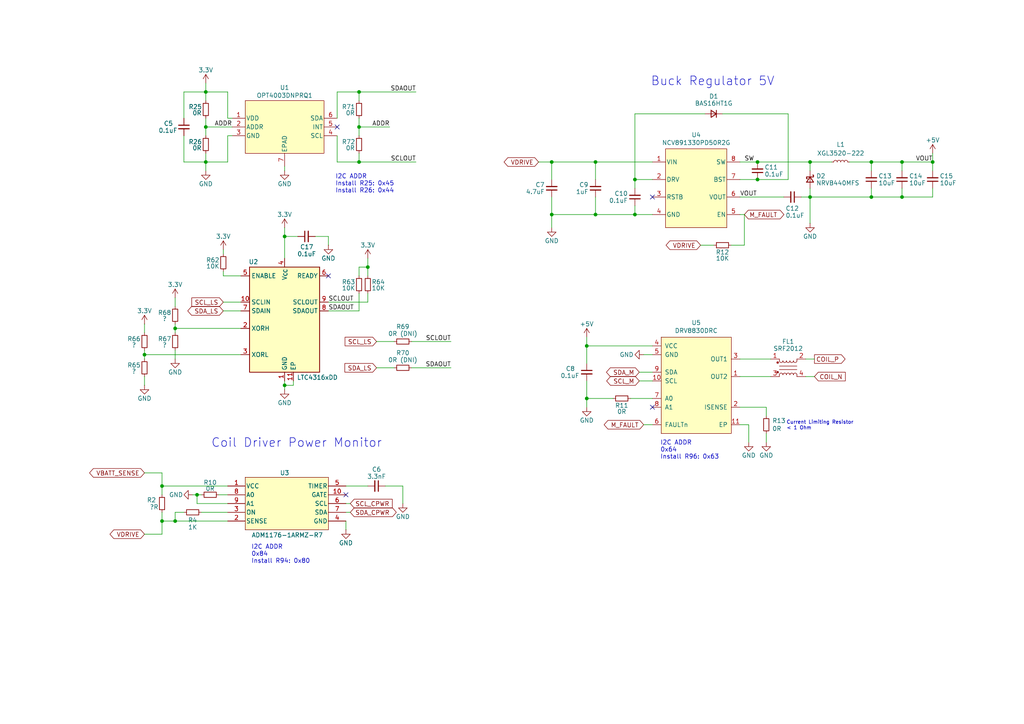
<source format=kicad_sch>
(kicad_sch (version 20231120) (generator "eeschema") (generator_version "8.0")
  (paper "A4")
  (lib_symbols
    (symbol "Interface_Expansion:LTC4316xDD"
      (property "Reference" "U" (at -8.89 16.51 0))
      (property "Value" "LTC4316xDD" (at 6.35 16.51 0))
      (symbol "LTC4316xDD_0_1"
        (rectangle (start -10.16 15.24) (end 10.16 -15.24) (stroke (width 0.254)) (fill (type background)))
      )
      (symbol "LTC4316xDD_1_1"
        (pin power_in line (at 0 -17.78 90) (length 2.54) (name "GND") (number "1"))
        (pin input line (at -12.7 5.08 0) (length 2.54) (name "SCLIN") (number "10"))
        (pin passive line (at 2.54 -17.78 90) (length 2.54) (name "EP") (number "11"))
        (pin input line (at -12.7 -2.54 0) (length 2.54) (name "XORH") (number "2"))
        (pin input line (at -12.7 -10.16 0) (length 2.54) (name "XORL") (number "3"))
        (pin power_in line (at 0 17.78 270) (length 2.54) (name "V_{CC}") (number "4"))
        (pin input line (at -12.7 12.7 0) (length 2.54) (name "ENABLE") (number "5"))
        (pin open_collector line (at 12.7 12.7 180) (length 2.54) (name "READY") (number "6"))
        (pin bidirectional line (at -12.7 2.54 0) (length 2.54) (name "SDAIN") (number "7"))
        (pin bidirectional line (at 12.7 2.54 180) (length 2.54) (name "SDAOUT") (number "8"))
        (pin output line (at 12.7 5.08 180) (length 2.54) (name "SCLOUT") (number "9"))
      )
    )
    (symbol "SolarPanels:ADM1176-1ARMZ-R7" (pin_names (offset 0.254))
      (property "Reference" "U9" (at 0 8.89 0))
      (property "Value" "ADM1176-1ARMZ-R7" (at 0.762 -9.144 0))
      (symbol "ADM1176-1ARMZ-R7_1_0"
        (pin unspecified line (at -16.51 5.08 0) (length 5.08) (name "VCC") (number "1"))
        (pin unspecified line (at 17.78 2.54 180) (length 5.08) (name "GATE") (number "10"))
        (pin unspecified line (at -16.51 -5.08 0) (length 5.08) (name "SENSE") (number "2"))
        (pin unspecified line (at -16.51 -2.54 0) (length 5.08) (name "ON") (number "3"))
        (pin unspecified line (at 17.78 -5.08 180) (length 5.08) (name "GND") (number "4"))
        (pin unspecified line (at 17.78 5.08 180) (length 5.08) (name "TIMER") (number "5"))
        (pin unspecified line (at 17.78 0 180) (length 5.08) (name "SCL") (number "6"))
        (pin unspecified line (at 17.78 -2.54 180) (length 5.08) (name "SDA") (number "7"))
        (pin unspecified line (at -16.51 2.54 0) (length 5.08) (name "A0") (number "8"))
        (pin unspecified line (at -16.51 0 0) (length 5.08) (name "A1") (number "9"))
      )
      (symbol "ADM1176-1ARMZ-R7_1_1"
        (rectangle (start -11.43 7.62) (end 12.7 -7.62) (fill (type background)))
      )
    )
    (symbol "SolarPanels:C_Small" (pin_numbers hide) (pin_names (offset 0.254) hide)
      (property "Reference" "C" (at 0.254 1.778 0))
      (property "Value" "C_Small" (at 0.254 -2.032 0))
      (symbol "C_Small_0_1"
        (polyline (pts (xy -1.524 -0.508) (xy 1.524 -0.508)) (stroke (width 0.3302)))
        (polyline (pts (xy -1.524 0.508) (xy 1.524 0.508)) (stroke (width 0.3048)))
      )
      (symbol "C_Small_1_1"
        (pin passive line (at 0 2.54 270) (length 2.032) (name "~") (number "1"))
        (pin passive line (at 0 -2.54 90) (length 2.032) (name "~") (number "2"))
      )
    )
    (symbol "SolarPanels:DRV8830DRC" (pin_names (offset 1.016))
      (property "Reference" "U" (at -8.89 15.24 0))
      (property "Value" "DRV8830DRC" (at -3.81 -15.24 0))
      (symbol "DRV8830DRC_0_1"
        (rectangle (start -10.16 13.97) (end 10.16 -13.97) (fill (type background)))
      )
      (symbol "DRV8830DRC_1_1"
        (pin passive line (at 12.7 2.54 180) (length 2.54) (name "OUT2") (number "1"))
        (pin passive line (at -12.7 1.27 0) (length 2.54) (name "SCL") (number "10"))
        (pin power_in line (at 12.7 -11.43 180) (length 2.54) (name "EP") (number "11"))
        (pin passive line (at 12.7 -6.35 180) (length 2.54) (name "ISENSE") (number "2"))
        (pin passive line (at 12.7 7.62 180) (length 2.54) (name "OUT1") (number "3"))
        (pin power_in line (at -12.7 11.43 0) (length 2.54) (name "VCC") (number "4"))
        (pin power_in line (at -12.7 8.89 0) (length 2.54) (name "GND") (number "5"))
        (pin open_collector line (at -12.7 -11.43 0) (length 2.54) (name "FAULTn") (number "6"))
        (pin passive line (at -12.7 -3.81 0) (length 2.54) (name "A0") (number "7"))
        (pin passive line (at -12.7 -6.35 0) (length 2.54) (name "A1") (number "8"))
        (pin passive line (at -12.7 3.81 0) (length 2.54) (name "SDA") (number "9"))
      )
    )
    (symbol "SolarPanels:D_Schottky_Small" (pin_numbers hide) (pin_names (offset 0.254) hide)
      (property "Reference" "D" (at -1.27 2.032 0))
      (property "Value" "D_Schottky_Small" (at -7.112 -2.032 0))
      (symbol "D_Schottky_Small_0_1"
        (polyline (pts (xy -0.762 0) (xy 0.762 0)))
        (polyline (pts (xy 0.762 -1.016) (xy -0.762 0) (xy 0.762 1.016) (xy 0.762 -1.016)) (stroke (width 0.254)))
        (polyline (pts (xy -1.27 0.762) (xy -1.27 1.016) (xy -0.762 1.016) (xy -0.762 -1.016) (xy -0.254 -1.016) (xy -0.254 -0.762)) (stroke (width 0.254)))
      )
      (symbol "D_Schottky_Small_1_1"
        (pin passive line (at -2.54 0 0) (length 1.778) (name "K") (number "1"))
        (pin passive line (at 2.54 0 180) (length 1.778) (name "A") (number "2"))
      )
    )
    (symbol "SolarPanels:D_Small" (pin_numbers hide) (pin_names (offset 0.254) hide)
      (property "Reference" "D" (at -1.27 2.032 0))
      (property "Value" "D_Small" (at -3.81 -2.032 0))
      (symbol "D_Small_0_1"
        (polyline (pts (xy -0.762 -1.016) (xy -0.762 1.016)) (stroke (width 0.254)))
        (polyline (pts (xy -0.762 0) (xy 0.762 0)))
        (polyline (pts (xy 0.762 -1.016) (xy -0.762 0) (xy 0.762 1.016) (xy 0.762 -1.016)) (stroke (width 0.254)))
      )
      (symbol "D_Small_1_1"
        (pin passive line (at -2.54 0 0) (length 1.778) (name "K") (number "1"))
        (pin passive line (at 2.54 0 180) (length 1.778) (name "A") (number "2"))
      )
    )
    (symbol "SolarPanels:Filter_EMI_CommonMode" (pin_names (offset 0.254) hide)
      (property "Reference" "FL" (at 0 4.445 0))
      (property "Value" "Filter_EMI_CommonMode" (at 0 -4.445 0))
      (symbol "Filter_EMI_CommonMode_0_1"
        (circle (center -3.048 -1.27) (radius 0.254) (fill (type outline)))
        (circle (center -3.048 1.524) (radius 0.254) (fill (type outline)))
        (arc (start -2.54 2.032) (mid -2.032 1.5262) (end -1.524 2.032))
        (arc (start -1.524 -2.032) (mid -2.032 -1.5262) (end -2.54 -2.032))
        (arc (start -1.524 2.032) (mid -1.016 1.5262) (end -0.508 2.032))
        (arc (start -0.508 -2.032) (mid -1.016 -1.5262) (end -1.524 -2.032))
        (arc (start -0.508 2.032) (mid 0 1.5262) (end 0.508 2.032))
        (polyline (pts (xy -2.54 -2.032) (xy -2.54 -2.54)))
        (polyline (pts (xy -2.54 0.508) (xy 2.54 0.508)))
        (polyline (pts (xy -2.54 2.032) (xy -2.54 2.54)))
        (polyline (pts (xy 2.54 -2.032) (xy 2.54 -2.54)))
        (polyline (pts (xy 2.54 -0.508) (xy -2.54 -0.508)))
        (polyline (pts (xy 2.54 2.54) (xy 2.54 2.032)))
        (arc (start 0.508 -2.032) (mid 0 -1.5262) (end -0.508 -2.032))
        (arc (start 0.508 2.032) (mid 1.016 1.5262) (end 1.524 2.032))
        (arc (start 1.524 -2.032) (mid 1.016 -1.5262) (end 0.508 -2.032))
        (arc (start 1.524 2.032) (mid 2.032 1.5262) (end 2.54 2.032))
        (arc (start 2.54 -2.032) (mid 2.032 -1.5262) (end 1.524 -2.032))
      )
      (symbol "Filter_EMI_CommonMode_1_1"
        (pin passive line (at -5.08 2.54 0) (length 2.54) (name "1") (number "1"))
        (pin passive line (at 5.08 2.54 180) (length 2.54) (name "2") (number "2"))
        (pin passive line (at -5.08 -2.54 0) (length 2.54) (name "3") (number "3"))
        (pin passive line (at 5.08 -2.54 180) (length 2.54) (name "4") (number "4"))
      )
    )
    (symbol "SolarPanels:L_Small" (pin_numbers hide) (pin_names (offset 0.254) hide)
      (property "Reference" "L" (at 0.762 1.016 0))
      (property "Value" "L_Small" (at 0.762 -1.016 0))
      (symbol "L_Small_0_1"
        (arc (start 0 -2.032) (mid 0.5058 -1.524) (end 0 -1.016))
        (arc (start 0 -1.016) (mid 0.5058 -0.508) (end 0 0))
        (arc (start 0 0) (mid 0.5058 0.508) (end 0 1.016))
        (arc (start 0 1.016) (mid 0.5058 1.524) (end 0 2.032))
      )
      (symbol "L_Small_1_1"
        (pin passive line (at 0 2.54 270) (length 0.508) (name "~") (number "1"))
        (pin passive line (at 0 -2.54 90) (length 0.508) (name "~") (number "2"))
      )
    )
    (symbol "SolarPanels:NCV891330PD50R2G" (pin_names (offset 0.254))
      (property "Reference" "U" (at 0 16.256 0))
      (property "Value" "NCV891330PD50R2G" (at 0 13.208 0))
      (symbol "NCV891330PD50R2G_1_1"
        (rectangle (start -8.89 11.43) (end 8.89 -11.43) (fill (type background)))
        (pin input line (at -12.7 7.62 0) (length 3.81) (name "VIN") (number "1"))
        (pin output line (at -12.7 2.54 0) (length 3.81) (name "DRV") (number "2"))
        (pin output line (at -12.7 -2.54 0) (length 3.81) (name "RSTB") (number "3"))
        (pin power_in line (at -12.7 -7.62 0) (length 3.81) (name "GND") (number "4"))
        (pin input line (at 12.7 -7.62 180) (length 3.81) (name "EN") (number "5"))
        (pin output line (at 12.7 -2.54 180) (length 3.81) (name "VOUT") (number "6"))
        (pin input line (at 12.7 2.54 180) (length 3.81) (name "BST") (number "7"))
        (pin output line (at 12.7 7.62 180) (length 3.81) (name "SW") (number "8"))
        (pin power_in line (at -12.7 -7.62 0) (length 3.81) hide (name "GND") (number "9"))
      )
    )
    (symbol "SolarPanels:OPT4003DNPRQ1" (pin_names (offset 0.254))
      (property "Reference" "U" (at 0 11.938 0))
      (property "Value" "OPT4003DNPRQ1" (at 0 9.398 0))
      (symbol "OPT4003DNPRQ1_1_1"
        (rectangle (start -11.43 7.62) (end 11.43 -7.62) (fill (type background)))
        (pin input line (at -15.24 2.54 0) (length 3.81) (name "VDD") (number "1"))
        (pin input line (at -15.24 0 0) (length 3.81) (name "ADDR") (number "2"))
        (pin power_in line (at -15.24 -2.54 0) (length 3.81) (name "GND") (number "3"))
        (pin input line (at 15.24 -2.54 180) (length 3.81) (name "SCL") (number "4"))
        (pin bidirectional line (at 15.24 0 180) (length 3.81) (name "INT") (number "5"))
        (pin bidirectional line (at 15.24 2.54 180) (length 3.81) (name "SDA") (number "6"))
        (pin power_out line (at 0 -11.43 90) (length 3.81) (name "EPAD") (number "7"))
      )
    )
    (symbol "SolarPanels:R_Small" (pin_numbers hide) (pin_names (offset 0.254) hide)
      (property "Reference" "R" (at 0.762 0.508 0))
      (property "Value" "R_Small" (at 0.762 -1.016 0))
      (symbol "R_Small_0_1"
        (rectangle (start -0.762 1.778) (end 0.762 -1.778) (stroke (width 0.2032)))
      )
      (symbol "R_Small_1_1"
        (pin passive line (at 0 2.54 270) (length 0.762) (name "~") (number "1"))
        (pin passive line (at 0 -2.54 90) (length 0.762) (name "~") (number "2"))
      )
    )
    (symbol "power:+3.3V" (power) (pin_numbers hide) (pin_names (offset 0) hide)
      (property "Value" "+3.3V" (at 0 3.556 0))
      (symbol "+3.3V_0_1"
        (polyline (pts (xy -0.762 1.27) (xy 0 2.54)))
        (polyline (pts (xy 0 0) (xy 0 2.54)))
        (polyline (pts (xy 0 2.54) (xy 0.762 1.27)))
      )
      (symbol "+3.3V_1_1"
        (pin power_in line (at 0 0 90) (length 0) (name "~") (number "1"))
      )
    )
    (symbol "power:+5V" (power) (pin_numbers hide) (pin_names (offset 0) hide)
      (property "Value" "+5V" (at 0 3.556 0))
      (symbol "+5V_0_1"
        (polyline (pts (xy -0.762 1.27) (xy 0 2.54)))
        (polyline (pts (xy 0 0) (xy 0 2.54)))
        (polyline (pts (xy 0 2.54) (xy 0.762 1.27)))
      )
      (symbol "+5V_1_1"
        (pin power_in line (at 0 0 90) (length 0) (name "~") (number "1"))
      )
    )
    (symbol "power:GND" (power) (pin_numbers hide) (pin_names (offset 0) hide)
      (property "Value" "GND" (at 0 -3.81 0))
      (symbol "GND_0_1"
        (polyline (pts (xy 0 0) (xy 0 -1.27) (xy 1.27 -1.27) (xy 0 -2.54) (xy -1.27 -1.27) (xy 0 -1.27)))
      )
      (symbol "GND_1_1"
        (pin power_in line (at 0 0 270) (length 0) (name "~") (number "1"))
      )
    )
  )
  (junction (at 234.95 57.15))
  (junction (at 104.14 26.67))
  (junction (at 270.51 46.99))
  (junction (at 57.15 143.51))
  (junction (at 160.02 62.23))
  (junction (at 170.18 100.33))
  (junction (at 50.8 151.13))
  (junction (at 184.15 52.07))
  (junction (at 172.72 62.23))
  (junction (at 104.14 46.99))
  (junction (at 234.95 46.99))
  (junction (at 82.55 111.76))
  (junction (at 59.69 26.67))
  (junction (at 184.15 62.23))
  (junction (at 170.18 115.57))
  (junction (at 59.69 36.83))
  (junction (at 219.71 46.99))
  (junction (at 261.62 46.99))
  (junction (at 46.99 151.13))
  (junction (at 252.73 57.15))
  (junction (at 46.99 140.97))
  (junction (at 82.55 68.58))
  (junction (at 41.91 102.87))
  (junction (at 50.8 95.25))
  (junction (at 160.02 46.99))
  (junction (at 59.69 46.99))
  (junction (at 172.72 46.99))
  (junction (at 219.71 52.07))
  (junction (at 261.62 57.15))
  (junction (at 106.68 77.47))
  (junction (at 252.73 46.99))
  (junction (at 104.14 36.83))
  (no_connect (at 97.79 36.83))
  (no_connect (at 189.23 118.11))
  (no_connect (at 189.23 57.15))
  (no_connect (at 95.25 80.01))
  (no_connect (at 100.33 143.51))
  (wire (pts (xy 214.63 46.99) (xy 219.71 46.99)))
  (wire (pts (xy 106.68 77.47) (xy 106.68 80.01)))
  (wire (pts (xy 100.33 140.97) (xy 106.68 140.97)))
  (wire (pts (xy 95.25 90.17) (xy 104.14 90.17)))
  (wire (pts (xy 189.23 52.07) (xy 184.15 52.07)))
  (wire (pts (xy 100.33 153.67) (xy 100.33 151.13)))
  (wire (pts (xy 106.68 74.93) (xy 106.68 77.47)))
  (wire (pts (xy 86.36 68.58) (xy 82.55 68.58)))
  (wire (pts (xy 215.9 62.23) (xy 214.63 62.23)))
  (wire (pts (xy 228.6 52.07) (xy 219.71 52.07)))
  (wire (pts (xy 270.51 44.45) (xy 270.51 46.99)))
  (wire (pts (xy 91.44 68.58) (xy 95.25 68.58)))
  (wire (pts (xy 59.69 49.53) (xy 59.69 46.99)))
  (wire (pts (xy 50.8 95.25) (xy 69.85 95.25)))
  (wire (pts (xy 46.99 140.97) (xy 46.99 137.16)))
  (wire (pts (xy 46.99 140.97) (xy 66.04 140.97)))
  (wire (pts (xy 116.84 140.97) (xy 116.84 146.05)))
  (wire (pts (xy 172.72 57.15) (xy 172.72 62.23)))
  (wire (pts (xy 104.14 77.47) (xy 104.14 80.01)))
  (wire (pts (xy 116.84 140.97) (xy 111.76 140.97)))
  (wire (pts (xy 184.15 52.07) (xy 184.15 33.02)))
  (wire (pts (xy 261.62 57.15) (xy 252.73 57.15)))
  (wire (pts (xy 209.55 33.02) (xy 228.6 33.02)))
  (wire (pts (xy 214.63 123.19) (xy 217.17 123.19)))
  (wire (pts (xy 46.99 151.13) (xy 50.8 151.13)))
  (wire (pts (xy 182.88 115.57) (xy 189.23 115.57)))
  (wire (pts (xy 130.81 106.68) (xy 119.38 106.68)))
  (wire (pts (xy 214.63 57.15) (xy 227.33 57.15)))
  (wire (pts (xy 82.55 111.76) (xy 82.55 113.03)))
  (wire (pts (xy 234.95 64.77) (xy 234.95 57.15)))
  (wire (pts (xy 64.77 90.17) (xy 69.85 90.17)))
  (wire (pts (xy 64.77 73.66) (xy 64.77 72.39)))
  (wire (pts (xy 55.88 143.51) (xy 57.15 143.51)))
  (wire (pts (xy 57.15 143.51) (xy 57.15 146.05)))
  (wire (pts (xy 212.09 71.12) (xy 215.9 71.12)))
  (wire (pts (xy 67.31 34.29) (xy 66.04 34.29)))
  (wire (pts (xy 233.68 104.14) (xy 236.22 104.14)))
  (wire (pts (xy 66.04 34.29) (xy 66.04 26.67)))
  (wire (pts (xy 59.69 36.83) (xy 59.69 39.37)))
  (wire (pts (xy 214.63 118.11) (xy 222.25 118.11)))
  (wire (pts (xy 66.04 39.37) (xy 66.04 46.99)))
  (wire (pts (xy 46.99 148.59) (xy 46.99 151.13)))
  (wire (pts (xy 222.25 125.73) (xy 222.25 128.27)))
  (wire (pts (xy 64.77 80.01) (xy 64.77 78.74)))
  (wire (pts (xy 82.55 111.76) (xy 85.09 111.76)))
  (wire (pts (xy 170.18 100.33) (xy 170.18 105.41)))
  (wire (pts (xy 46.99 140.97) (xy 46.99 143.51)))
  (wire (pts (xy 104.14 36.83) (xy 113.03 36.83)))
  (wire (pts (xy 64.77 87.63) (xy 69.85 87.63)))
  (wire (pts (xy 50.8 101.6) (xy 50.8 104.14)))
  (wire (pts (xy 189.23 102.87) (xy 186.69 102.87)))
  (wire (pts (xy 160.02 57.15) (xy 160.02 62.23)))
  (wire (pts (xy 109.22 99.06) (xy 114.3 99.06)))
  (wire (pts (xy 66.04 26.67) (xy 59.69 26.67)))
  (wire (pts (xy 156.21 46.99) (xy 160.02 46.99)))
  (wire (pts (xy 232.41 57.15) (xy 234.95 57.15)))
  (wire (pts (xy 270.51 49.53) (xy 270.51 46.99)))
  (wire (pts (xy 184.15 33.02) (xy 204.47 33.02)))
  (wire (pts (xy 53.34 39.37) (xy 53.34 46.99)))
  (wire (pts (xy 57.15 146.05) (xy 66.04 146.05)))
  (wire (pts (xy 109.22 106.68) (xy 114.3 106.68)))
  (wire (pts (xy 228.6 33.02) (xy 228.6 52.07)))
  (wire (pts (xy 160.02 46.99) (xy 160.02 52.07)))
  (wire (pts (xy 82.55 49.53) (xy 82.55 48.26)))
  (wire (pts (xy 189.23 46.99) (xy 172.72 46.99)))
  (wire (pts (xy 261.62 54.61) (xy 261.62 57.15)))
  (wire (pts (xy 189.23 107.95) (xy 185.42 107.95)))
  (wire (pts (xy 59.69 26.67) (xy 59.69 29.21)))
  (wire (pts (xy 50.8 148.59) (xy 50.8 151.13)))
  (wire (pts (xy 261.62 46.99) (xy 270.51 46.99)))
  (wire (pts (xy 106.68 85.09) (xy 106.68 87.63)))
  (wire (pts (xy 104.14 34.29) (xy 104.14 36.83)))
  (wire (pts (xy 219.71 52.07) (xy 214.63 52.07)))
  (wire (pts (xy 214.63 104.14) (xy 223.52 104.14)))
  (wire (pts (xy 172.72 62.23) (xy 160.02 62.23)))
  (wire (pts (xy 101.6 146.05) (xy 100.33 146.05)))
  (wire (pts (xy 234.95 46.99) (xy 241.3 46.99)))
  (wire (pts (xy 95.25 87.63) (xy 106.68 87.63)))
  (wire (pts (xy 82.55 68.58) (xy 82.55 74.93)))
  (wire (pts (xy 50.8 86.36) (xy 50.8 88.9)))
  (wire (pts (xy 50.8 96.52) (xy 50.8 95.25)))
  (wire (pts (xy 104.14 46.99) (xy 120.65 46.99)))
  (wire (pts (xy 215.9 62.23) (xy 215.9 71.12)))
  (wire (pts (xy 170.18 100.33) (xy 189.23 100.33)))
  (wire (pts (xy 97.79 26.67) (xy 97.79 34.29)))
  (wire (pts (xy 252.73 46.99) (xy 252.73 49.53)))
  (wire (pts (xy 104.14 26.67) (xy 104.14 29.21)))
  (wire (pts (xy 95.25 68.58) (xy 95.25 71.12)))
  (wire (pts (xy 203.2 71.12) (xy 207.01 71.12)))
  (wire (pts (xy 186.69 123.19) (xy 189.23 123.19)))
  (wire (pts (xy 97.79 26.67) (xy 104.14 26.67)))
  (wire (pts (xy 234.95 57.15) (xy 234.95 54.61)))
  (wire (pts (xy 184.15 59.69) (xy 184.15 62.23)))
  (wire (pts (xy 222.25 118.11) (xy 222.25 120.65)))
  (wire (pts (xy 59.69 36.83) (xy 67.31 36.83)))
  (wire (pts (xy 270.51 54.61) (xy 270.51 57.15)))
  (wire (pts (xy 53.34 46.99) (xy 59.69 46.99)))
  (wire (pts (xy 104.14 85.09) (xy 104.14 90.17)))
  (wire (pts (xy 170.18 115.57) (xy 177.8 115.57)))
  (wire (pts (xy 184.15 52.07) (xy 184.15 54.61)))
  (wire (pts (xy 50.8 151.13) (xy 66.04 151.13)))
  (wire (pts (xy 82.55 66.04) (xy 82.55 68.58)))
  (wire (pts (xy 97.79 39.37) (xy 97.79 46.99)))
  (wire (pts (xy 246.38 46.99) (xy 252.73 46.99)))
  (wire (pts (xy 252.73 54.61) (xy 252.73 57.15)))
  (wire (pts (xy 41.91 109.22) (xy 41.91 111.76)))
  (wire (pts (xy 59.69 44.45) (xy 59.69 46.99)))
  (wire (pts (xy 69.85 80.01) (xy 64.77 80.01)))
  (wire (pts (xy 41.91 137.16) (xy 46.99 137.16)))
  (wire (pts (xy 214.63 109.22) (xy 223.52 109.22)))
  (wire (pts (xy 252.73 57.15) (xy 234.95 57.15)))
  (wire (pts (xy 261.62 46.99) (xy 252.73 46.99)))
  (wire (pts (xy 50.8 95.25) (xy 50.8 93.98)))
  (wire (pts (xy 58.42 143.51) (xy 57.15 143.51)))
  (wire (pts (xy 58.42 148.59) (xy 66.04 148.59)))
  (wire (pts (xy 130.81 99.06) (xy 119.38 99.06)))
  (wire (pts (xy 160.02 62.23) (xy 160.02 66.04)))
  (wire (pts (xy 41.91 102.87) (xy 69.85 102.87)))
  (wire (pts (xy 184.15 62.23) (xy 172.72 62.23)))
  (wire (pts (xy 172.72 46.99) (xy 172.72 52.07)))
  (wire (pts (xy 59.69 36.83) (xy 59.69 34.29)))
  (wire (pts (xy 261.62 46.99) (xy 261.62 49.53)))
  (wire (pts (xy 66.04 46.99) (xy 59.69 46.99)))
  (wire (pts (xy 104.14 36.83) (xy 104.14 39.37)))
  (wire (pts (xy 104.14 26.67) (xy 120.65 26.67)))
  (wire (pts (xy 104.14 46.99) (xy 97.79 46.99)))
  (wire (pts (xy 189.23 62.23) (xy 184.15 62.23)))
  (wire (pts (xy 106.68 77.47) (xy 104.14 77.47)))
  (wire (pts (xy 217.17 123.19) (xy 217.17 128.27)))
  (wire (pts (xy 41.91 96.52) (xy 41.91 93.98)))
  (wire (pts (xy 170.18 110.49) (xy 170.18 115.57)))
  (wire (pts (xy 101.6 148.59) (xy 100.33 148.59)))
  (wire (pts (xy 219.71 46.99) (xy 234.95 46.99)))
  (wire (pts (xy 261.62 57.15) (xy 270.51 57.15)))
  (wire (pts (xy 85.09 111.76) (xy 85.09 110.49)))
  (wire (pts (xy 82.55 111.76) (xy 82.55 110.49)))
  (wire (pts (xy 41.91 102.87) (xy 41.91 101.6)))
  (wire (pts (xy 233.68 109.22) (xy 236.22 109.22)))
  (wire (pts (xy 41.91 154.94) (xy 46.99 154.94)))
  (wire (pts (xy 66.04 39.37) (xy 67.31 39.37)))
  (wire (pts (xy 41.91 102.87) (xy 41.91 104.14)))
  (wire (pts (xy 172.72 46.99) (xy 160.02 46.99)))
  (wire (pts (xy 170.18 97.79) (xy 170.18 100.33)))
  (wire (pts (xy 189.23 110.49) (xy 185.42 110.49)))
  (wire (pts (xy 234.95 46.99) (xy 234.95 49.53)))
  (wire (pts (xy 59.69 26.67) (xy 53.34 26.67)))
  (wire (pts (xy 53.34 148.59) (xy 50.8 148.59)))
  (wire (pts (xy 104.14 44.45) (xy 104.14 46.99)))
  (wire (pts (xy 170.18 115.57) (xy 170.18 118.11)))
  (wire (pts (xy 59.69 24.13) (xy 59.69 26.67)))
  (wire (pts (xy 63.5 143.51) (xy 66.04 143.51)))
  (wire (pts (xy 53.34 26.67) (xy 53.34 34.29)))
  (wire (pts (xy 46.99 151.13) (xy 46.99 154.94)))
  (text "Current Limiting Resistor\n< 1 Ohm" (at 228.092 124.841 0) (effects (font (size 1.016 1.016)) (justify left bottom)))
  (text "I2C ADDR\n0x64\nInstall R96: 0x63" (at 191.516 133.35 0) (effects (font (size 1.27 1.27)) (justify left bottom)))
  (text "I2C ADDR\nInstall R25: 0x45\nInstall R26: 0x44" (at 97.282 56.134 0) (effects (font (size 1.27 1.27)) (justify left bottom)))
  (text "Coil Driver Power Monitor" (at 61.214 130.048 0) (effects (font (size 2.54 2.54)) (justify left bottom)))
  (text "I2C ADDR\n0x84\nInstall R94: 0x80" (at 72.898 163.576 0) (effects (font (size 1.27 1.27)) (justify left bottom)))
  (text "Buck Regulator 5V" (at 188.722 25.146 0) (effects (font (size 2.54 2.54)) (justify left bottom)))
  (label "SCLOUT" (at 95.25 87.63 0))
  (label "SDAOUT" (at 95.25 90.17 0))
  (label "ADDR" (at 113.03 36.83 180))
  (label "ADDR" (at 67.31 36.83 180))
  (label "SCLOUT" (at 120.65 46.99 180))
  (label "SDAOUT" (at 130.81 106.68 180))
  (label "SCLOUT" (at 130.81 99.06 180))
  (label "VOUT" (at 214.63 57.15 0))
  (label "VOUT" (at 270.51 46.99 180))
  (label "SW" (at 215.9 46.99 0))
  (label "SDAOUT" (at 120.65 26.67 180))
  (global_label "COIL_P" (shape output) (at 236.22 104.14 0) (property "Intersheetrefs" "${INTERSHEET_REFS}" (effects (hide yes))))
  (global_label "SCL_M" (shape bidirectional) (at 185.42 110.49 180) (property "Intersheetrefs" "${INTERSHEET_REFS}" (effects (hide yes))))
  (global_label "M_FAULT" (shape bidirectional) (at 215.9 62.23 0) (property "Intersheetrefs" "${INTERSHEET_REFS}" (effects (hide yes))))
  (global_label "VDRIVE" (shape bidirectional) (at 41.91 154.94 180) (property "Intersheetrefs" "${INTERSHEET_REFS}" (effects (hide yes))))
  (global_label "SDA_LS" (shape input) (at 109.22 106.68 180) (property "Intersheetrefs" "${INTERSHEET_REFS}" (effects (hide yes))))
  (global_label "VBATT_SENSE" (shape bidirectional) (at 41.91 137.16 180) (property "Intersheetrefs" "${INTERSHEET_REFS}" (effects (hide yes))))
  (global_label "COIL_N" (shape input) (at 236.22 109.22 0) (property "Intersheetrefs" "${INTERSHEET_REFS}" (effects (hide yes))))
  (global_label "SCL_LS" (shape input) (at 109.22 99.06 180) (property "Intersheetrefs" "${INTERSHEET_REFS}" (effects (hide yes))))
  (global_label "VDRIVE" (shape bidirectional) (at 203.2 71.12 180) (property "Intersheetrefs" "${INTERSHEET_REFS}" (effects (hide yes))))
  (global_label "SDA_LS" (shape bidirectional) (at 64.77 90.17 180) (property "Intersheetrefs" "${INTERSHEET_REFS}" (effects (hide yes))))
  (global_label "SCL_CPWR" (shape input) (at 101.6 146.05 0) (property "Intersheetrefs" "${INTERSHEET_REFS}" (effects (hide yes))))
  (global_label "SDA_CPWR" (shape bidirectional) (at 101.6 148.59 0) (property "Intersheetrefs" "${INTERSHEET_REFS}" (effects (hide yes))))
  (global_label "SCL_LS" (shape input) (at 64.77 87.63 180) (property "Intersheetrefs" "${INTERSHEET_REFS}" (effects (hide yes))))
  (global_label "SDA_M" (shape bidirectional) (at 185.42 107.95 180) (property "Intersheetrefs" "${INTERSHEET_REFS}" (effects (hide yes))))
  (global_label "VDRIVE" (shape bidirectional) (at 156.21 46.99 180) (property "Intersheetrefs" "${INTERSHEET_REFS}" (effects (hide yes))))
  (global_label "M_FAULT" (shape bidirectional) (at 186.69 123.19 180) (property "Intersheetrefs" "${INTERSHEET_REFS}" (effects (hide yes))))
  (symbol (lib_id "SolarPanels:D_Schottky_Small") (at 234.95 52.07 270) (unit 1)
    (property "Reference" "D2" (at 236.728 51.054 90) (effects (justify left)))
    (property "Value" "NRVB440MFS" (at 236.728 53.086 90) (effects (justify left)))
    (property "Footprint" "SolarPanels:NRVB440MFSWFT1G" (effects (hide yes)))
    (property "Description" "Schottky diode, small symbol" (effects (hide yes)))
  )
  (symbol (lib_id "SolarPanels:C_Small") (at 261.62 52.07 0) (mirror x) (unit 1)
    (property "Reference" "C14" (at 263.652 51.054 0) (effects (justify left)))
    (property "Value" "10uF" (at 263.652 53.086 0) (effects (justify left)))
    (property "Footprint" "Capacitor_SMD:C_1206_3216Metric" (effects (hide yes)))
    (property "Description" "Unpolarized capacitor, small symbol" (effects (hide yes)))
  )
  (symbol (lib_id "SolarPanels:C_Small") (at 88.9 68.58 90) (unit 1)
    (property "Reference" "C17" (at 90.932 71.628 90) (effects (justify left)))
    (property "Value" "0.1uF" (at 91.694 73.66 90) (effects (justify left)))
    (property "Footprint" "Capacitor_SMD:C_0603_1608Metric" (effects (hide yes)))
  )
  (symbol (lib_id "SolarPanels:R_Small") (at 50.8 91.44 0) (mirror x) (unit 1)
    (property "Reference" "R68" (at 47.752 90.678 0))
    (property "Value" "?" (at 47.752 92.456 0))
    (property "Footprint" "Resistor_SMD:R_0603_1608Metric" (effects (hide yes)))
    (property "Description" "Resistor, small symbol" (effects (hide yes)))
  )
  (symbol (lib_id "SolarPanels:R_Small") (at 59.69 41.91 0) (mirror x) (unit 1)
    (property "Reference" "R26" (at 56.642 41.148 0))
    (property "Value" "0R" (at 57.15 42.926 0))
    (property "Footprint" "Resistor_SMD:R_0402_1005Metric" (effects (hide yes)))
    (property "Description" "Resistor, small symbol" (effects (hide yes)))
  )
  (symbol (lib_id "SolarPanels:OPT4003DNPRQ1") (at 82.55 36.83 0) (unit 1)
    (property "Reference" "U1" (at 82.55 25.4 0))
    (property "Value" "OPT4003DNPRQ1" (at 82.55 27.686 0))
    (property "Footprint" "SolarPanels:OPT4003" (effects (hide yes)))
    (property "Datasheet" "OPT4003DNPRQ1" (effects (hide yes)))
  )
  (symbol (lib_id "power:GND") (at 82.55 113.03 0) (unit 1)
    (property "Reference" "#PWR038" (effects (hide yes)))
    (property "Value" "GND" (at 82.55 116.84 0))
    (property "Description" "Power symbol creates a global label with name \"GND\" , ground" (effects (hide yes)))
  )
  (symbol (lib_id "power:GND") (at 59.69 49.53 0) (unit 1)
    (property "Reference" "#PWR013" (effects (hide yes)))
    (property "Value" "GND" (at 59.69 53.34 0))
    (property "Description" "Power symbol creates a global label with name \"GND\" , ground" (effects (hide yes)))
  )
  (symbol (lib_id "SolarPanels:Filter_EMI_CommonMode") (at 228.6 106.68 0) (unit 1)
    (property "Reference" "FL1" (at 228.6 99.06 0))
    (property "Value" "SRF2012" (at 228.6 101.092 0))
    (property "Footprint" "SolarPanels:SRF2012" (effects (hide yes)))
  )
  (symbol (lib_id "SolarPanels:C_Small") (at 184.15 57.15 180) (unit 1)
    (property "Reference" "C10" (at 182.118 56.134 0) (effects (justify left)))
    (property "Value" "0.1uF" (at 182.118 58.166 0) (effects (justify left)))
    (property "Footprint" "Capacitor_SMD:C_0603_1608Metric" (effects (hide yes)))
    (property "Description" "Unpolarized capacitor, small symbol" (effects (hide yes)))
  )
  (symbol (lib_id "SolarPanels:R_Small") (at 41.91 99.06 0) (mirror x) (unit 1)
    (property "Reference" "R66" (at 38.862 98.298 0))
    (property "Value" "?" (at 38.862 100.076 0))
    (property "Footprint" "Resistor_SMD:R_0603_1608Metric" (effects (hide yes)))
    (property "Description" "Resistor, small symbol" (effects (hide yes)))
  )
  (symbol (lib_id "power:GND") (at 160.02 66.04 0) (unit 1)
    (property "Reference" "#PWR015" (effects (hide yes)))
    (property "Value" "GND" (at 160.02 69.85 0))
  )
  (symbol (lib_id "SolarPanels:R_Small") (at 50.8 99.06 0) (mirror x) (unit 1)
    (property "Reference" "R67" (at 47.752 98.298 0))
    (property "Value" "?" (at 47.752 100.076 0))
    (property "Footprint" "Resistor_SMD:R_0603_1608Metric" (effects (hide yes)))
    (property "Description" "Resistor, small symbol" (effects (hide yes)))
  )
  (symbol (lib_id "SolarPanels:R_Small") (at 41.91 106.68 0) (mirror x) (unit 1)
    (property "Reference" "R65" (at 38.862 105.918 0))
    (property "Value" "?" (at 38.862 107.696 0))
    (property "Footprint" "Resistor_SMD:R_0603_1608Metric" (effects (hide yes)))
    (property "Description" "Resistor, small symbol" (effects (hide yes)))
  )
  (symbol (lib_id "SolarPanels:R_Small") (at 209.55 71.12 270) (mirror x) (unit 1)
    (property "Reference" "R12" (at 209.55 73.152 90))
    (property "Value" "10K" (at 209.55 74.93 90))
    (property "Footprint" "Resistor_SMD:R_0603_1608Metric" (effects (hide yes)))
    (property "Description" "Resistor, small symbol" (effects (hide yes)))
  )
  (symbol (lib_id "SolarPanels:R_Small") (at 60.96 143.51 90) (mirror x) (unit 1)
    (property "Reference" "R10" (at 60.96 139.954 90))
    (property "Value" "0R" (at 60.96 141.732 90))
    (property "Footprint" "Resistor_SMD:R_0603_1608Metric" (effects (hide yes)))
    (property "Description" "Resistor, small symbol" (effects (hide yes)))
  )
  (symbol (lib_id "power:+3.3V") (at 50.8 86.36 0) (unit 1)
    (property "Reference" "#PWR044" (effects (hide yes)))
    (property "Value" "3.3V" (at 50.8 82.55 0))
    (property "Description" "Power symbol creates a global label with name \"+3.3V\"" (effects (hide yes)))
  )
  (symbol (lib_id "SolarPanels:R_Small") (at 222.25 123.19 180) (unit 1)
    (property "Reference" "R13" (at 223.9772 122.0216 0) (effects (justify right)))
    (property "Value" "0R" (at 223.9772 124.333 0) (effects (justify right)))
    (property "Footprint" "Resistor_SMD:R_0603_1608Metric" (effects (hide yes)))
    (property "Description" "Resistor, small symbol" (effects (hide yes)))
  )
  (symbol (lib_id "SolarPanels:C_Small") (at 252.73 52.07 0) (mirror x) (unit 1)
    (property "Reference" "C13" (at 254.762 51.054 0) (effects (justify left)))
    (property "Value" "10uF" (at 254.762 53.086 0) (effects (justify left)))
    (property "Footprint" "Capacitor_SMD:C_1206_3216Metric" (effects (hide yes)))
    (property "Description" "Unpolarized capacitor, small symbol" (effects (hide yes)))
  )
  (symbol (lib_id "power:GND") (at 41.91 111.76 0) (mirror y) (unit 1)
    (property "Reference" "#PWR043" (effects (hide yes)))
    (property "Value" "GND" (at 41.91 115.57 0))
    (property "Description" "Power symbol creates a global label with name \"GND\" , ground" (effects (hide yes)))
  )
  (symbol (lib_id "SolarPanels:R_Small") (at 46.99 146.05 0) (mirror x) (unit 1)
    (property "Reference" "R2" (at 43.942 145.034 0))
    (property "Value" "?R" (at 44.704 147.066 0))
    (property "Footprint" "Resistor_SMD:R_2512_6332Metric" (effects (hide yes)))
    (property "Description" "Resistor, small symbol" (effects (hide yes)))
  )
  (symbol (lib_id "SolarPanels:L_Small") (at 243.84 46.99 90) (unit 1)
    (property "Reference" "L1" (at 243.84 41.91 90))
    (property "Value" "XGL3520-222" (at 243.84 44.45 90))
    (property "Footprint" "SolarPanels:XGL3520" (effects (hide yes)))
    (property "Description" "Inductor, small symbol" (effects (hide yes)))
  )
  (symbol (lib_id "power:GND") (at 55.88 143.51 270) (unit 1)
    (property "Reference" "#PWR03" (effects (hide yes)))
    (property "Value" "GND" (at 51.054 143.51 90))
    (property "Description" "Power symbol creates a global label with name \"GND\" , ground" (effects (hide yes)))
  )
  (symbol (lib_id "Interface_Expansion:LTC4316xDD") (at 82.55 92.71 0) (unit 1)
    (property "Reference" "U2" (at 72.136 75.946 0) (effects (justify left)))
    (property "Value" "LTC4316xDD" (at 86.106 109.474 0) (effects (justify left)))
    (property "Footprint" "Package_DFN_QFN:DFN-10-1EP_3x3mm_P0.5mm_EP1.65x2.38mm" (effects (hide yes)))
    (property "Datasheet" "https://www.analog.com/media/en/technical-documentation/data-sheets/4316fa.pdf" (effects (hide yes)))
    (property "Description" "Single I2C/SMBus Address-Translator, DFN-10" (effects (hide yes)))
  )
  (symbol (lib_id "SolarPanels:C_Small") (at 170.18 107.95 0) (unit 1)
    (property "Reference" "C8" (at 164.084 106.934 0) (effects (justify left)))
    (property "Value" "0.1uF" (at 162.56 108.966 0) (effects (justify left)))
    (property "Footprint" "Capacitor_SMD:C_0805_2012Metric" (effects (hide yes)))
  )
  (symbol (lib_id "SolarPanels:C_Small") (at 270.51 52.07 0) (mirror x) (unit 1)
    (property "Reference" "C15" (at 272.542 51.054 0) (effects (justify left)))
    (property "Value" "10uF" (at 272.542 53.086 0) (effects (justify left)))
    (property "Footprint" "Capacitor_SMD:C_1206_3216Metric" (effects (hide yes)))
    (property "Description" "Unpolarized capacitor, small symbol" (effects (hide yes)))
  )
  (symbol (lib_id "SolarPanels:R_Small") (at 55.88 148.59 90) (mirror x) (unit 1)
    (property "Reference" "R4" (at 55.88 150.876 90))
    (property "Value" "1K" (at 55.88 152.908 90))
    (property "Footprint" "Resistor_SMD:R_0603_1608Metric" (effects (hide yes)))
    (property "Description" "Resistor, small symbol" (effects (hide yes)))
  )
  (symbol (lib_id "SolarPanels:R_Small") (at 116.84 106.68 90) (mirror x) (unit 1)
    (property "Reference" "R70" (at 116.84 102.362 90))
    (property "Value" "0R (DNI)" (at 116.84 104.394 90))
    (property "Footprint" "Resistor_SMD:R_0603_1608Metric" (effects (hide yes)))
    (property "Description" "Resistor, small symbol" (effects (hide yes)))
  )
  (symbol (lib_id "power:GND") (at 217.17 128.27 0) (unit 1)
    (property "Reference" "#PWR019" (effects (hide yes)))
    (property "Value" "GND" (at 217.17 132.08 0))
  )
  (symbol (lib_id "SolarPanels:C_Small") (at 53.34 36.83 0) (unit 1)
    (property "Reference" "C5" (at 47.498 35.814 0) (effects (justify left)))
    (property "Value" "0.1uF" (at 45.974 37.846 0) (effects (justify left)))
    (property "Footprint" "Capacitor_SMD:C_0402_1005Metric" (effects (hide yes)))
    (property "Description" "Unpolarized capacitor, small symbol" (effects (hide yes)))
  )
  (symbol (lib_id "power:GND") (at 50.8 104.14 0) (mirror y) (unit 1)
    (property "Reference" "#PWR040" (effects (hide yes)))
    (property "Value" "GND" (at 50.8 107.95 0))
    (property "Description" "Power symbol creates a global label with name \"GND\" , ground" (effects (hide yes)))
  )
  (symbol (lib_id "power:+5V") (at 270.51 44.45 0) (unit 1)
    (property "Reference" "#PWR022" (effects (hide yes)))
    (property "Value" "+5V" (at 270.51 40.64 0))
    (property "Description" "Power symbol creates a global label with name \"+5V\"" (effects (hide yes)))
  )
  (symbol (lib_id "SolarPanels:D_Small") (at 207.01 33.02 180) (unit 1)
    (property "Reference" "D1" (at 207.01 27.94 0))
    (property "Value" "BAS16HT1G" (at 207.01 29.972 0))
    (property "Footprint" "Diode_SMD:D_SOD-323" (effects (hide yes)))
    (property "Description" "Diode, small symbol" (effects (hide yes)))
    (property "Sim.Device" "D" (effects (hide yes)))
    (property "Sim.Pins" "1=K 2=A" (effects (hide yes)))
  )
  (symbol (lib_id "power:GND") (at 82.55 49.53 0) (unit 1)
    (property "Reference" "#PWR024" (effects (hide yes)))
    (property "Value" "GND" (at 82.55 53.34 0))
    (property "Description" "Power symbol creates a global label with name \"GND\" , ground" (effects (hide yes)))
  )
  (symbol (lib_id "power:GND") (at 186.69 102.87 270) (unit 1)
    (property "Reference" "#PWR018" (effects (hide yes)))
    (property "Value" "GND" (at 181.737 102.87 90))
  )
  (symbol (lib_id "power:+5V") (at 170.18 97.79 0) (unit 1)
    (property "Reference" "#PWR016" (effects (hide yes)))
    (property "Value" "+5V" (at 170.18 93.98 0))
    (property "Description" "Power symbol creates a global label with name \"+5V\"" (effects (hide yes)))
  )
  (symbol (lib_id "power:GND") (at 170.18 118.11 0) (unit 1)
    (property "Reference" "#PWR017" (effects (hide yes)))
    (property "Value" "GND" (at 170.18 121.92 0))
  )
  (symbol (lib_id "power:GND") (at 116.84 146.05 0) (unit 1)
    (property "Reference" "#PWR014" (effects (hide yes)))
    (property "Value" "GND" (at 116.84 149.86 0))
    (property "Description" "Power symbol creates a global label with name \"GND\" , ground" (effects (hide yes)))
  )
  (symbol (lib_id "power:GND") (at 100.33 153.67 0) (unit 1)
    (property "Reference" "#PWR011" (effects (hide yes)))
    (property "Value" "GND" (at 100.33 157.48 0))
    (property "Description" "Power symbol creates a global label with name \"GND\" , ground" (effects (hide yes)))
  )
  (symbol (lib_id "SolarPanels:C_Small") (at 229.87 57.15 270) (unit 1)
    (property "Reference" "C12" (at 227.838 60.452 90) (effects (justify left)))
    (property "Value" "0.1uF" (at 227.838 62.484 90) (effects (justify left)))
    (property "Footprint" "Capacitor_SMD:C_0603_1608Metric" (effects (hide yes)))
    (property "Description" "Unpolarized capacitor, small symbol" (effects (hide yes)))
  )
  (symbol (lib_id "power:GND") (at 234.95 64.77 0) (unit 1)
    (property "Reference" "#PWR021" (effects (hide yes)))
    (property "Value" "GND" (at 234.95 68.58 0))
  )
  (symbol (lib_id "SolarPanels:R_Small") (at 116.84 99.06 90) (mirror x) (unit 1)
    (property "Reference" "R69" (at 116.84 94.742 90))
    (property "Value" "0R (DNI)" (at 116.84 96.774 90))
    (property "Footprint" "Resistor_SMD:R_0603_1608Metric" (effects (hide yes)))
    (property "Description" "Resistor, small symbol" (effects (hide yes)))
  )
  (symbol (lib_id "SolarPanels:R_Small") (at 64.77 76.2 0) (mirror x) (unit 1)
    (property "Reference" "R62" (at 61.722 75.438 0))
    (property "Value" "10K" (at 61.722 77.216 0))
    (property "Footprint" "Resistor_SMD:R_0603_1608Metric" (effects (hide yes)))
    (property "Description" "Resistor, small symbol" (effects (hide yes)))
  )
  (symbol (lib_id "SolarPanels:R_Small") (at 106.68 82.55 180) (unit 1)
    (property "Reference" "R64" (at 109.728 81.788 0))
    (property "Value" "10K" (at 109.728 83.566 0))
    (property "Footprint" "Resistor_SMD:R_0603_1608Metric" (effects (hide yes)))
    (property "Description" "Resistor, small symbol" (effects (hide yes)))
  )
  (symbol (lib_id "SolarPanels:NCV891330PD50R2G") (at 201.93 54.61 0) (unit 1)
    (property "Reference" "U4" (at 201.93 39.116 0))
    (property "Value" "NCV891330PD50R2G" (at 201.93 41.402 0))
    (property "Footprint" "Package_SO:SOIC-8-1EP_3.9x4.9mm_P1.27mm_EP2.514x3.2mm" (effects (hide yes)))
  )
  (symbol (lib_id "SolarPanels:R_Small") (at 104.14 82.55 0) (mirror x) (unit 1)
    (property "Reference" "R63" (at 101.092 81.788 0))
    (property "Value" "10K" (at 101.092 83.566 0))
    (property "Footprint" "Resistor_SMD:R_0603_1608Metric" (effects (hide yes)))
    (property "Description" "Resistor, small symbol" (effects (hide yes)))
  )
  (symbol (lib_id "SolarPanels:C_Small") (at 219.71 49.53 0) (mirror x) (unit 1)
    (property "Reference" "C11" (at 221.742 48.514 0) (effects (justify left)))
    (property "Value" "0.1uF" (at 221.742 50.546 0) (effects (justify left)))
    (property "Footprint" "Capacitor_SMD:C_0603_1608Metric" (effects (hide yes)))
    (property "Description" "Unpolarized capacitor, small symbol" (effects (hide yes)))
  )
  (symbol (lib_id "power:+3.3V") (at 59.69 24.13 0) (unit 1)
    (property "Reference" "#PWR010" (effects (hide yes)))
    (property "Value" "3.3V" (at 59.69 20.32 0))
    (property "Description" "Power symbol creates a global label with name \"+3.3V\"" (effects (hide yes)))
  )
  (symbol (lib_id "SolarPanels:R_Small") (at 104.14 41.91 0) (mirror x) (unit 1)
    (property "Reference" "R72" (at 101.092 41.148 0))
    (property "Value" "0R" (at 101.6 42.926 0))
    (property "Footprint" "Resistor_SMD:R_0402_1005Metric" (effects (hide yes)))
    (property "Description" "Resistor, small symbol" (effects (hide yes)))
  )
  (symbol (lib_id "SolarPanels:R_Small") (at 59.69 31.75 0) (mirror x) (unit 1)
    (property "Reference" "R25" (at 56.642 30.988 0))
    (property "Value" "0R" (at 57.15 32.766 0))
    (property "Footprint" "Resistor_SMD:R_0402_1005Metric" (effects (hide yes)))
    (property "Description" "Resistor, small symbol" (effects (hide yes)))
  )
  (symbol (lib_id "SolarPanels:ADM1176-1ARMZ-R7") (at 82.55 146.05 0) (unit 1)
    (property "Reference" "U3" (at 82.55 137.16 0))
    (property "Value" "ADM1176-1ARMZ-R7" (at 83.312 155.194 0))
    (property "Footprint" "Package_SO:MSOP-10_3x3mm_P0.5mm" (effects (hide yes)))
    (property "Flight" "ADM1176-1ARMZ-R7" (effects (hide yes)))
    (property "Manufacturer_Name" "Analog Devices Inc." (effects (hide yes)))
    (property "Manufacturer_Part_Number" "ADM1176-1ARMZ-R7" (effects (hide yes)))
    (property "Proto" "ADM1176-1ARMZ-R7" (effects (hide yes)))
  )
  (symbol (lib_id "power:+3.3V") (at 41.91 93.98 0) (unit 1)
    (property "Reference" "#PWR039" (effects (hide yes)))
    (property "Value" "3.3V" (at 41.91 90.17 0))
    (property "Description" "Power symbol creates a global label with name \"+3.3V\"" (effects (hide yes)))
  )
  (symbol (lib_id "power:+3.3V") (at 64.77 72.39 0) (unit 1)
    (property "Reference" "#PWR036" (effects (hide yes)))
    (property "Value" "3.3V" (at 64.77 68.58 0))
    (property "Description" "Power symbol creates a global label with name \"+3.3V\"" (effects (hide yes)))
  )
  (symbol (lib_id "power:+3.3V") (at 106.68 74.93 0) (unit 1)
    (property "Reference" "#PWR037" (effects (hide yes)))
    (property "Value" "3.3V" (at 106.68 71.12 0))
    (property "Description" "Power symbol creates a global label with name \"+3.3V\"" (effects (hide yes)))
  )
  (symbol (lib_id "SolarPanels:DRV8830DRC") (at 201.93 111.76 0) (unit 1)
    (property "Reference" "U5" (at 201.93 93.599 0))
    (property "Value" "DRV8830DRC" (at 201.93 95.9104 0))
    (property "Footprint" "Package_SON:VSON-10-1EP_3x3mm_P0.5mm_EP1.65x2.4mm" (effects (hide yes)))
  )
  (symbol (lib_id "SolarPanels:C_Small") (at 160.02 54.61 180) (unit 1)
    (property "Reference" "C7" (at 157.988 53.594 0) (effects (justify left)))
    (property "Value" "4.7uF" (at 157.988 55.626 0) (effects (justify left)))
    (property "Footprint" "Capacitor_SMD:C_1210_3225Metric" (effects (hide yes)))
    (property "Description" "Unpolarized capacitor, small symbol" (effects (hide yes)))
  )
  (symbol (lib_id "SolarPanels:R_Small") (at 104.14 31.75 0) (mirror x) (unit 1)
    (property "Reference" "R71" (at 101.092 30.988 0))
    (property "Value" "0R" (at 101.6 32.766 0))
    (property "Footprint" "Resistor_SMD:R_0402_1005Metric" (effects (hide yes)))
    (property "Description" "Resistor, small symbol" (effects (hide yes)))
  )
  (symbol (lib_id "SolarPanels:R_Small") (at 180.34 115.57 90) (mirror x) (unit 1)
    (property "Reference" "R11" (at 180.34 117.602 90))
    (property "Value" "0R" (at 180.34 119.38 90))
    (property "Footprint" "Resistor_SMD:R_0603_1608Metric" (effects (hide yes)))
    (property "Description" "Resistor, small symbol" (effects (hide yes)))
  )
  (symbol (lib_id "SolarPanels:C_Small") (at 109.22 140.97 270) (unit 1)
    (property "Reference" "C6" (at 109.22 136.144 90))
    (property "Value" "3.3nF" (at 109.22 138.2014 90))
    (property "Footprint" "Capacitor_SMD:C_0603_1608Metric" (effects (hide yes)))
    (property "Description" "3.3nF +-10% 100V X7R 0603" (effects (hide yes)))
  )
  (symbol (lib_id "SolarPanels:C_Small") (at 172.72 54.61 180) (unit 1)
    (property "Reference" "C9" (at 170.688 53.594 0) (effects (justify left)))
    (property "Value" "1uF" (at 170.688 55.626 0) (effects (justify left)))
    (property "Footprint" "Capacitor_SMD:C_0805_2012Metric" (effects (hide yes)))
    (property "Description" "Unpolarized capacitor, small symbol" (effects (hide yes)))
  )
  (symbol (lib_id "power:GND") (at 95.25 71.12 0) (unit 1)
    (property "Reference" "#PWR041" (effects (hide yes)))
    (property "Value" "GND" (at 95.25 74.93 0))
    (property "Description" "Power symbol creates a global label with name \"GND\" , ground" (effects (hide yes)))
  )
  (symbol (lib_id "power:GND") (at 222.25 128.27 0) (unit 1)
    (property "Reference" "#PWR020" (effects (hide yes)))
    (property "Value" "GND" (at 222.25 132.08 0))
  )
  (symbol (lib_id "power:+3.3V") (at 82.55 66.04 0) (unit 1)
    (property "Reference" "#PWR035" (effects (hide yes)))
    (property "Value" "3.3V" (at 82.55 62.23 0))
    (property "Description" "Power symbol creates a global label with name \"+3.3V\"" (effects (hide yes)))
  )
)
</source>
